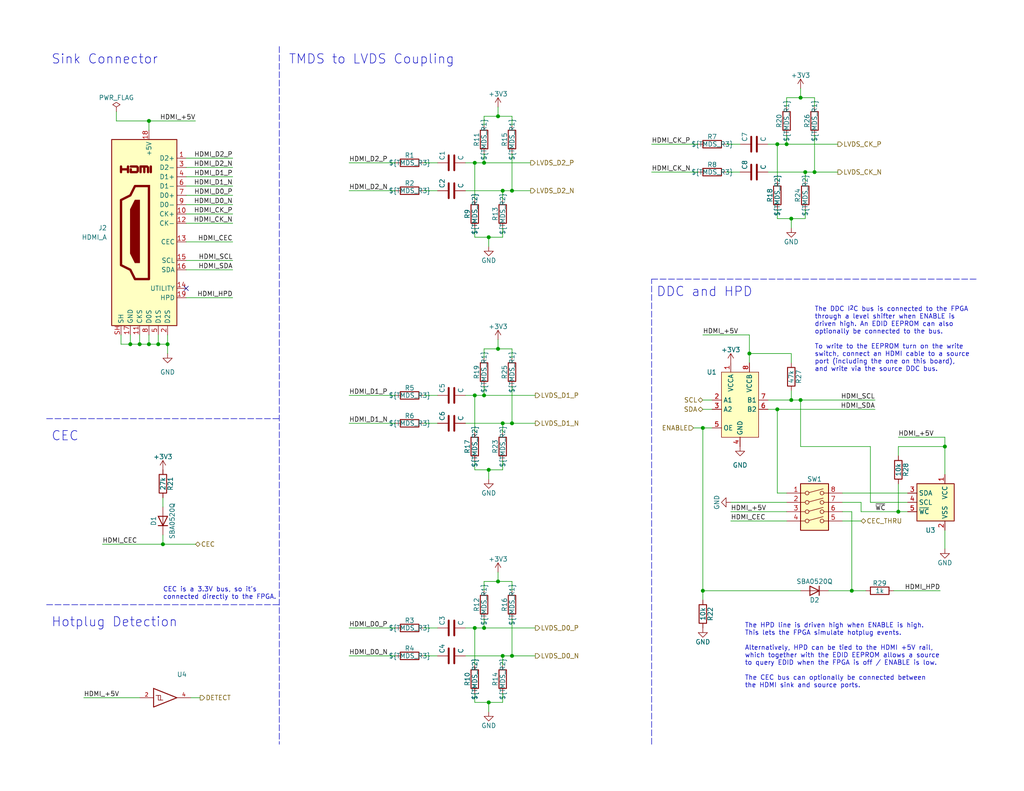
<source format=kicad_sch>
(kicad_sch (version 20211123) (generator eeschema)
  (paper "USLetter")
  (title_block (title "HDMI Expansion for Olimex ICE40HX8K-EVB") (date "2022-04-19") (rev "0.1") (company "© 2022 Sam Hanes, licensed under CERN-OHL-P v2") (comment 1 "https://github.com/Elemecca/1240pi"))
  (lib_symbols
    (symbol "0Local:M24C02-FMH"
      (property "Reference" "U" (at 1.27 8.89 0))
      (property "Value" "M24C02-FMH" (at 1.27 6.35 0))
      (symbol "M24C02-FMH_0_1"
        (rectangle (start -2.54 5.08) (end 7.62 -5.08) (stroke (width 0.254)) (fill (type background)))
      )
      (symbol "M24C02-FMH_1_1"
        (pin power_in line (at 0 7.62 270) (length 2.54) (name "VCC") (number "1"))
        (pin power_in line (at 0 -7.62 90) (length 2.54) (name "VSS") (number "2"))
        (pin bidirectional line (at 10.16 2.54 180) (length 2.54) (name "SDA") (number "3"))
        (pin input line (at 10.16 0 180) (length 2.54) (name "SCL") (number "4"))
        (pin input line (at 10.16 -2.54 180) (length 2.54) (name "~{WC}") (number "5"))
      )
    )
    (symbol "0Local:NXP_NTS0302"
      (property "Reference" "U" (at 6.35 11.43 0))
      (property "Value" "NXP_NTS0302" (at 6.35 8.89 0))
      (symbol "NXP_NTS0302_0_1"
        (rectangle (start -5.08 11.43) (end 5.08 -6.35) (fill (type background)))
      )
      (symbol "NXP_NTS0302_1_1"
        (pin power_in line (at -2.54 13.97 270) (length 2.54) (name "VCCA") (number "1"))
        (pin bidirectional line (at -7.62 3.81 0) (length 2.54) (name "A1") (number "2"))
        (pin bidirectional line (at -7.62 1.27 0) (length 2.54) (name "A2") (number "3"))
        (pin power_in line (at 0 -8.89 90) (length 2.54) (name "GND") (number "4"))
        (pin input line (at -7.62 -3.81 0) (length 2.54) (name "OE") (number "5"))
        (pin bidirectional line (at 7.62 1.27 180) (length 2.54) (name "B2") (number "6"))
        (pin bidirectional line (at 7.62 3.81 180) (length 2.54) (name "B1") (number "7"))
        (pin power_in line (at 2.54 13.97 270) (length 2.54) (name "VCCB") (number "8"))
      )
    )
    (symbol "74xGxx:74LVC1G17" (pin_names (offset 1.016))
      (property "Reference" "U" (at -2.54 3.81 0))
      (property "Value" "74LVC1G17" (at 0 -3.81 0))
      (symbol "74LVC1G17_0_1"
        (polyline (pts (xy -2.54 0.635) (xy -1.905 0.635) (xy -1.905 -0.635)))
        (polyline (pts (xy -3.81 2.54) (xy -3.81 -2.54) (xy 2.54 0) (xy -3.81 2.54)) (stroke (width 0.254)))
        (polyline (pts (xy -3.175 0.635) (xy -2.54 0.635) (xy -2.54 -0.635) (xy -1.27 -0.635)))
      )
      (symbol "74LVC1G17_1_1"
        (pin input line (at -7.62 0 0) (length 3.81) (name "~") (number "2"))
        (pin power_in line (at 0 -2.54 270) (length 0) hide (name "GND") (number "3"))
        (pin output line (at 6.35 0 180) (length 3.81) (name "~") (number "4"))
        (pin power_in line (at 0 2.54 90) (length 0) hide (name "VCC") (number "5"))
      )
    )
    (symbol "Connector:HDMI_A"
      (property "Reference" "J2" (at -11.43 1.2701 0))
      (property "Value" "HDMI_A" (at -11.43 -1.2699 0))
      (symbol "HDMI_A_0_0"
        (polyline (pts (xy -0.508 16.51) (xy -0.508 18.034)) (stroke (width 0.635)))
        (polyline (pts (xy 7.62 16.51) (xy 7.62 18.034) (xy 7.62 17.272) (xy 5.715 17.272) (xy 5.715 18.034) (xy 5.715 16.51)) (stroke (width 0.635)))
        (polyline (pts (xy 4.953 18.034) (xy 3.302 18.034) (xy 3.048 17.78) (xy 3.048 16.764) (xy 3.302 16.51) (xy 4.953 16.51) (xy 4.953 17.272)) (stroke (width 0.635)))
      )
      (symbol "HDMI_A_0_1"
        (rectangle (start -7.62 25.4) (end 10.16 -25.4) (stroke (width 0.254)) (fill (type background)))
        (polyline (pts (xy 2.54 8.89) (xy 3.81 8.89) (xy 5.08 6.35) (xy 5.08 -5.715) (xy 3.81 -8.255) (xy 2.54 -8.255) (xy 2.54 8.89)) (fill (type outline)))
        (polyline (pts (xy 2.286 16.51) (xy 2.286 18.034) (xy 1.27 18.034) (xy 1.27 16.51) (xy 1.27 18.034) (xy 0.508 18.034) (xy 0.254 17.78) (xy 0.254 16.51)) (stroke (width 0.635)))
        (polyline (pts (xy 0 12.7) (xy 0 -12.7) (xy 3.81 -12.7) (xy 5.08 -10.16) (xy 7.62 -8.89) (xy 7.62 8.89) (xy 5.08 10.16) (xy 3.81 12.7) (xy 0 12.7)) (stroke (width 0.635)))
      )
      (symbol "HDMI_A_1_1"
        (pin passive line (at -10.16 20.32 0) (length 2.54) (name "D2+") (number "1"))
        (pin passive line (at -10.16 5.08 0) (length 2.54) (name "CK+") (number "10"))
        (pin power_in line (at 2.54 -27.94 90) (length 2.54) (name "CKS") (number "11"))
        (pin passive line (at -10.16 2.54 0) (length 2.54) (name "CK-") (number "12"))
        (pin bidirectional line (at -10.16 -2.54 0) (length 2.54) (name "CEC") (number "13"))
        (pin passive line (at -10.16 -15.24 0) (length 2.54) (name "UTILITY") (number "14"))
        (pin passive line (at -10.16 -7.62 0) (length 2.54) (name "SCL") (number "15"))
        (pin bidirectional line (at -10.16 -10.16 0) (length 2.54) (name "SDA") (number "16"))
        (pin power_in line (at 5.08 -27.94 90) (length 2.54) (name "GND") (number "17"))
        (pin power_in line (at 0 27.94 270) (length 2.54) (name "+5V") (number "18"))
        (pin passive line (at -10.16 -17.78 0) (length 2.54) (name "HPD") (number "19"))
        (pin power_in line (at -5.08 -27.94 90) (length 2.54) (name "D2S") (number "2"))
        (pin passive line (at -10.16 17.78 0) (length 2.54) (name "D2-") (number "3"))
        (pin passive line (at -10.16 15.24 0) (length 2.54) (name "D1+") (number "4"))
        (pin power_in line (at -2.54 -27.94 90) (length 2.54) (name "D1S") (number "5"))
        (pin passive line (at -10.16 12.7 0) (length 2.54) (name "D1-") (number "6"))
        (pin passive line (at -10.16 10.16 0) (length 2.54) (name "D0+") (number "7"))
        (pin power_in line (at 0 -27.94 90) (length 2.54) (name "D0S") (number "8"))
        (pin passive line (at -10.16 7.62 0) (length 2.54) (name "D0-") (number "9"))
        (pin passive line (at 7.62 -27.94 90) (length 2.54) (name "SH") (number "SH"))
      )
    )
    (symbol "Device:C" (pin_numbers hide) (pin_names (offset 0.254))
      (property "Reference" "C" (at 0.635 2.54 0))
      (property "Value" "C" (at 0.635 -2.54 0))
      (symbol "C_0_1"
        (polyline (pts (xy -2.032 -0.762) (xy 2.032 -0.762)) (stroke (width 0.508)))
        (polyline (pts (xy -2.032 0.762) (xy 2.032 0.762)) (stroke (width 0.508)))
      )
      (symbol "C_1_1"
        (pin passive line (at 0 3.81 270) (length 2.794) (name "~") (number "1"))
        (pin passive line (at 0 -3.81 90) (length 2.794) (name "~") (number "2"))
      )
    )
    (symbol "Device:D" (pin_numbers hide) (pin_names (offset 1.016) hide)
      (property "Reference" "D" (at 0 2.54 0))
      (property "Value" "D" (at 0 -2.54 0))
      (symbol "D_0_1"
        (polyline (pts (xy -1.27 1.27) (xy -1.27 -1.27)) (stroke (width 0.254)))
        (polyline (pts (xy 1.27 0) (xy -1.27 0)))
        (polyline (pts (xy 1.27 1.27) (xy 1.27 -1.27) (xy -1.27 0) (xy 1.27 1.27)) (stroke (width 0.254)))
      )
      (symbol "D_1_1"
        (pin passive line (at -3.81 0 0) (length 2.54) (name "K") (number "1"))
        (pin passive line (at 3.81 0 180) (length 2.54) (name "A") (number "2"))
      )
    )
    (symbol "Device:R" (pin_numbers hide) (pin_names (offset 0))
      (property "Reference" "R" (at 2.032 0 90))
      (property "Value" "R" (at 0 0 90))
      (symbol "R_0_1"
        (rectangle (start -1.016 -2.54) (end 1.016 2.54) (stroke (width 0.254)))
      )
      (symbol "R_1_1"
        (pin passive line (at 0 3.81 270) (length 1.27) (name "~") (number "1"))
        (pin passive line (at 0 -3.81 90) (length 1.27) (name "~") (number "2"))
      )
    )
    (symbol "Switch:SW_DIP_x04" (pin_names (offset 0) hide)
      (property "Reference" "SW" (at 0 8.89 0))
      (property "Value" "SW_DIP_x04" (at 0 -6.35 0))
      (symbol "SW_DIP_x04_0_0"
        (circle (center -2.032 -2.54) (radius 0.508))
        (circle (center -2.032 0) (radius 0.508))
        (circle (center -2.032 2.54) (radius 0.508))
        (circle (center -2.032 5.08) (radius 0.508))
        (polyline (pts (xy -1.524 -2.3876) (xy 2.3622 -1.3462)))
        (polyline (pts (xy -1.524 0.127) (xy 2.3622 1.1684)))
        (polyline (pts (xy -1.524 2.667) (xy 2.3622 3.7084)))
        (polyline (pts (xy -1.524 5.207) (xy 2.3622 6.2484)))
        (circle (center 2.032 -2.54) (radius 0.508))
        (circle (center 2.032 0) (radius 0.508))
        (circle (center 2.032 2.54) (radius 0.508))
        (circle (center 2.032 5.08) (radius 0.508))
      )
      (symbol "SW_DIP_x04_0_1"
        (rectangle (start -3.81 7.62) (end 3.81 -5.08) (stroke (width 0.254)) (fill (type background)))
      )
      (symbol "SW_DIP_x04_1_1"
        (pin passive line (at -7.62 5.08 0) (length 5.08) (name "~") (number "1"))
        (pin passive line (at -7.62 2.54 0) (length 5.08) (name "~") (number "2"))
        (pin passive line (at -7.62 0 0) (length 5.08) (name "~") (number "3"))
        (pin passive line (at -7.62 -2.54 0) (length 5.08) (name "~") (number "4"))
        (pin passive line (at 7.62 -2.54 180) (length 5.08) (name "~") (number "5"))
        (pin passive line (at 7.62 0 180) (length 5.08) (name "~") (number "6"))
        (pin passive line (at 7.62 2.54 180) (length 5.08) (name "~") (number "7"))
        (pin passive line (at 7.62 5.08 180) (length 5.08) (name "~") (number "8"))
      )
    )
    (symbol "power:+3V3" (power) (pin_names (offset 0))
      (property "Value" "+3V3" (at 0 3.556 0))
      (symbol "+3V3_0_1"
        (polyline (pts (xy -0.762 1.27) (xy 0 2.54)))
        (polyline (pts (xy 0 0) (xy 0 2.54)))
        (polyline (pts (xy 0 2.54) (xy 0.762 1.27)))
      )
      (symbol "+3V3_1_1"
        (pin power_in line (at 0 0 90) (length 0) hide (name "+3V3") (number "1"))
      )
    )
    (symbol "power:GND" (power) (pin_names (offset 0))
      (property "Value" "GND" (at 0 -3.81 0))
      (symbol "GND_0_1"
        (polyline (pts (xy 0 0) (xy 0 -1.27) (xy 1.27 -1.27) (xy 0 -2.54) (xy -1.27 -1.27) (xy 0 -1.27)))
      )
      (symbol "GND_1_1"
        (pin power_in line (at 0 0 270) (length 0) hide (name "GND") (number "1"))
      )
    )
    (symbol "power:PWR_FLAG" (power) (pin_numbers hide) (pin_names (offset 0) hide)
      (property "Value" "PWR_FLAG" (at 0 3.81 0))
      (symbol "PWR_FLAG_0_0"
        (pin power_out line (at 0 0 90) (length 0) (name "pwr") (number "1"))
      )
      (symbol "PWR_FLAG_0_1"
        (polyline (pts (xy 0 0) (xy 0 1.27) (xy -1.016 1.905) (xy 0 2.54) (xy 1.016 1.905) (xy 0 1.27)))
      )
    )
  )
  (junction (at 245.11 139.7))
  (junction (at 191.77 161.29))
  (junction (at 43.18 93.98))
  (junction (at 139.7 115.57))
  (junction (at 257.81 121.92))
  (junction (at 132.08 107.95))
  (junction (at 139.7 52.07))
  (junction (at 222.25 46.99))
  (junction (at 219.71 46.99))
  (junction (at 129.54 171.45))
  (junction (at 40.64 93.98))
  (junction (at 137.16 179.07))
  (junction (at 214.63 39.37))
  (junction (at 135.89 31.75))
  (junction (at 191.77 116.84))
  (junction (at 204.47 96.52))
  (junction (at 215.9 109.22))
  (junction (at 132.08 171.45))
  (junction (at 135.89 158.75))
  (junction (at 38.1 93.98))
  (junction (at 40.64 33.02))
  (junction (at 137.16 115.57))
  (junction (at 139.7 179.07))
  (junction (at 218.44 26.67))
  (junction (at 44.45 148.59))
  (junction (at 129.54 107.95))
  (junction (at 232.41 161.29))
  (junction (at 133.35 128.27))
  (junction (at 35.56 93.98))
  (junction (at 129.54 44.45))
  (junction (at 212.09 111.76))
  (junction (at 132.08 44.45))
  (junction (at 212.09 39.37))
  (junction (at 218.44 109.22))
  (junction (at 133.35 64.77))
  (junction (at 45.72 93.98))
  (junction (at 137.16 52.07))
  (junction (at 135.89 95.25))
  (junction (at 215.9 59.69))
  (junction (at 133.35 191.77))
  (no_connect (at 50.8 78.74))
  (wire (pts (xy 35.56 93.98) (xy 33.02 93.98)))
  (wire (pts (xy 215.9 59.69) (xy 219.71 59.69)))
  (wire (pts (xy 212.09 134.62) (xy 214.63 134.62)))
  (wire (pts (xy 232.41 139.7) (xy 232.41 161.29)))
  (wire (pts (xy 198.12 46.99) (xy 201.93 46.99)))
  (wire (pts (xy 129.54 44.45) (xy 129.54 54.61)))
  (wire (pts (xy 198.12 39.37) (xy 201.93 39.37)))
  (wire (pts (xy 33.02 91.44) (xy 33.02 93.98)))
  (wire (pts (xy 127 44.45) (xy 129.54 44.45)))
  (wire (pts (xy 115.57 44.45) (xy 119.38 44.45)))
  (wire (pts (xy 115.57 115.57) (xy 119.38 115.57)))
  (wire (pts (xy 218.44 26.67) (xy 222.25 26.67)))
  (wire (pts (xy 245.11 119.38) (xy 257.81 119.38)))
  (wire (pts (xy 129.54 191.77) (xy 133.35 191.77)))
  (wire (pts (xy 133.35 191.77) (xy 137.16 191.77)))
  (wire (pts (xy 50.8 73.66) (xy 63.5 73.66)))
  (wire (pts (xy 222.25 46.99) (xy 228.6 46.99)))
  (wire (pts (xy 214.63 26.67) (xy 218.44 26.67)))
  (wire (pts (xy 135.89 29.21) (xy 135.89 31.75)))
  (wire (pts (xy 222.25 26.67) (xy 222.25 29.21)))
  (wire (pts (xy 219.71 46.99) (xy 222.25 46.99)))
  (wire (pts (xy 38.1 91.44) (xy 38.1 93.98)))
  (wire (pts (xy 137.16 179.07) (xy 139.7 179.07)))
  (wire (pts (xy 43.18 93.98) (xy 45.72 93.98)))
  (wire (pts (xy 191.77 116.84) (xy 194.31 116.84)))
  (wire (pts (xy 139.7 105.41) (xy 139.7 115.57)))
  (wire (pts (xy 214.63 39.37) (xy 228.6 39.37)))
  (wire (pts (xy 139.7 95.25) (xy 139.7 97.79)))
  (wire (pts (xy 232.41 161.29) (xy 236.22 161.29)))
  (wire (pts (xy 50.8 43.18) (xy 63.5 43.18)))
  (wire (pts (xy 43.18 91.44) (xy 43.18 93.98)))
  (wire (pts (xy 135.89 92.71) (xy 135.89 95.25)))
  (wire (pts (xy 229.87 137.16) (xy 234.95 137.16)))
  (wire (pts (xy 50.8 66.04) (xy 63.5 66.04)))
  (wire (pts (xy 127 171.45) (xy 129.54 171.45)))
  (wire (pts (xy 135.89 31.75) (xy 139.7 31.75)))
  (wire (pts (xy 209.55 111.76) (xy 212.09 111.76)))
  (wire (pts (xy 45.72 91.44) (xy 45.72 93.98)))
  (wire (pts (xy 214.63 36.83) (xy 214.63 39.37)))
  (wire (pts (xy 137.16 115.57) (xy 139.7 115.57)))
  (wire (pts (xy 50.8 48.26) (xy 63.5 48.26)))
  (wire (pts (xy 115.57 107.95) (xy 119.38 107.95)))
  (wire (pts (xy 40.64 93.98) (xy 43.18 93.98)))
  (wire (pts (xy 129.54 189.23) (xy 129.54 191.77)))
  (wire (pts (xy 50.8 71.12) (xy 63.5 71.12)))
  (wire (pts (xy 95.25 179.07) (xy 107.95 179.07)))
  (wire (pts (xy 45.72 93.98) (xy 45.72 96.52)))
  (wire (pts (xy 234.95 137.16) (xy 234.95 139.7)))
  (wire (pts (xy 137.16 52.07) (xy 139.7 52.07)))
  (wire (pts (xy 133.35 64.77) (xy 137.16 64.77)))
  (wire (pts (xy 44.45 135.89) (xy 44.45 138.43)))
  (wire (pts (xy 139.7 115.57) (xy 146.05 115.57)))
  (wire (pts (xy 219.71 59.69) (xy 219.71 57.15)))
  (polyline (pts (xy 177.8 76.2) (xy 266.7 76.2)))
  (wire (pts (xy 38.1 93.98) (xy 40.64 93.98)))
  (wire (pts (xy 133.35 128.27) (xy 137.16 128.27)))
  (wire (pts (xy 137.16 115.57) (xy 137.16 118.11)))
  (wire (pts (xy 245.11 132.08) (xy 245.11 139.7)))
  (wire (pts (xy 127 115.57) (xy 137.16 115.57)))
  (wire (pts (xy 95.25 52.07) (xy 107.95 52.07)))
  (wire (pts (xy 135.89 158.75) (xy 139.7 158.75)))
  (wire (pts (xy 22.86 190.5) (xy 38.1 190.5)))
  (wire (pts (xy 137.16 64.77) (xy 137.16 62.23)))
  (wire (pts (xy 27.94 148.59) (xy 44.45 148.59)))
  (wire (pts (xy 129.54 171.45) (xy 132.08 171.45)))
  (wire (pts (xy 257.81 144.78) (xy 257.81 149.86)))
  (wire (pts (xy 229.87 134.62) (xy 247.65 134.62)))
  (wire (pts (xy 212.09 111.76) (xy 238.76 111.76)))
  (wire (pts (xy 129.54 62.23) (xy 129.54 64.77)))
  (wire (pts (xy 209.55 109.22) (xy 215.9 109.22)))
  (wire (pts (xy 247.65 139.7) (xy 245.11 139.7)))
  (wire (pts (xy 31.75 33.02) (xy 40.64 33.02)))
  (wire (pts (xy 132.08 31.75) (xy 135.89 31.75)))
  (wire (pts (xy 137.16 179.07) (xy 137.16 181.61)))
  (wire (pts (xy 215.9 109.22) (xy 218.44 109.22)))
  (wire (pts (xy 234.95 139.7) (xy 245.11 139.7)))
  (wire (pts (xy 132.08 107.95) (xy 146.05 107.95)))
  (wire (pts (xy 31.75 30.48) (xy 31.75 33.02)))
  (wire (pts (xy 191.77 161.29) (xy 191.77 163.83)))
  (wire (pts (xy 226.06 161.29) (xy 232.41 161.29)))
  (wire (pts (xy 44.45 146.05) (xy 44.45 148.59)))
  (wire (pts (xy 229.87 142.24) (xy 234.95 142.24)))
  (wire (pts (xy 50.8 53.34) (xy 63.5 53.34)))
  (wire (pts (xy 191.77 111.76) (xy 194.31 111.76)))
  (wire (pts (xy 129.54 64.77) (xy 133.35 64.77)))
  (wire (pts (xy 133.35 64.77) (xy 133.35 67.31)))
  (wire (pts (xy 191.77 109.22) (xy 194.31 109.22)))
  (wire (pts (xy 215.9 106.68) (xy 215.9 109.22)))
  (wire (pts (xy 191.77 116.84) (xy 191.77 161.29)))
  (wire (pts (xy 132.08 95.25) (xy 135.89 95.25)))
  (wire (pts (xy 139.7 179.07) (xy 146.05 179.07)))
  (wire (pts (xy 218.44 121.92) (xy 218.44 109.22)))
  (wire (pts (xy 52.07 190.5) (xy 54.61 190.5)))
  (wire (pts (xy 35.56 91.44) (xy 35.56 93.98)))
  (wire (pts (xy 209.55 39.37) (xy 212.09 39.37)))
  (wire (pts (xy 212.09 59.69) (xy 215.9 59.69)))
  (wire (pts (xy 50.8 55.88) (xy 63.5 55.88)))
  (wire (pts (xy 95.25 171.45) (xy 107.95 171.45)))
  (wire (pts (xy 132.08 34.29) (xy 132.08 31.75)))
  (wire (pts (xy 212.09 39.37) (xy 212.09 49.53)))
  (wire (pts (xy 95.25 115.57) (xy 107.95 115.57)))
  (wire (pts (xy 137.16 128.27) (xy 137.16 125.73)))
  (wire (pts (xy 199.39 142.24) (xy 214.63 142.24)))
  (wire (pts (xy 135.89 95.25) (xy 139.7 95.25)))
  (wire (pts (xy 132.08 97.79) (xy 132.08 95.25)))
  (wire (pts (xy 129.54 44.45) (xy 132.08 44.45)))
  (wire (pts (xy 247.65 137.16) (xy 237.49 137.16)))
  (wire (pts (xy 50.8 60.96) (xy 63.5 60.96)))
  (wire (pts (xy 95.25 107.95) (xy 107.95 107.95)))
  (wire (pts (xy 50.8 58.42) (xy 63.5 58.42)))
  (wire (pts (xy 50.8 81.28) (xy 63.5 81.28)))
  (wire (pts (xy 95.25 44.45) (xy 107.95 44.45)))
  (wire (pts (xy 212.09 134.62) (xy 212.09 111.76)))
  (wire (pts (xy 222.25 36.83) (xy 222.25 46.99)))
  (wire (pts (xy 133.35 128.27) (xy 133.35 130.81)))
  (wire (pts (xy 129.54 107.95) (xy 129.54 118.11)))
  (wire (pts (xy 132.08 161.29) (xy 132.08 158.75)))
  (wire (pts (xy 44.45 148.59) (xy 53.34 148.59)))
  (wire (pts (xy 40.64 33.02) (xy 40.64 35.56)))
  (wire (pts (xy 218.44 24.13) (xy 218.44 26.67)))
  (polyline (pts (xy 12.7 114.3) (xy 76.2 114.3)))
  (wire (pts (xy 137.16 52.07) (xy 137.16 54.61)))
  (wire (pts (xy 219.71 46.99) (xy 219.71 49.53)))
  (wire (pts (xy 115.57 179.07) (xy 119.38 179.07)))
  (wire (pts (xy 115.57 52.07) (xy 119.38 52.07)))
  (wire (pts (xy 218.44 109.22) (xy 238.76 109.22)))
  (wire (pts (xy 204.47 96.52) (xy 215.9 96.52)))
  (wire (pts (xy 257.81 121.92) (xy 257.81 119.38)))
  (wire (pts (xy 189.23 116.84) (xy 191.77 116.84)))
  (wire (pts (xy 132.08 168.91) (xy 132.08 171.45)))
  (wire (pts (xy 237.49 137.16) (xy 237.49 121.92)))
  (wire (pts (xy 127 52.07) (xy 137.16 52.07)))
  (wire (pts (xy 191.77 161.29) (xy 218.44 161.29)))
  (wire (pts (xy 215.9 59.69) (xy 215.9 62.23)))
  (wire (pts (xy 132.08 44.45) (xy 144.78 44.45)))
  (wire (pts (xy 212.09 57.15) (xy 212.09 59.69)))
  (wire (pts (xy 257.81 129.54) (xy 257.81 121.92)))
  (polyline (pts (xy 76.2 12.7) (xy 76.2 203.2)))
  (wire (pts (xy 137.16 191.77) (xy 137.16 189.23)))
  (wire (pts (xy 133.35 191.77) (xy 133.35 194.31)))
  (wire (pts (xy 139.7 158.75) (xy 139.7 161.29)))
  (wire (pts (xy 132.08 41.91) (xy 132.08 44.45)))
  (wire (pts (xy 139.7 52.07) (xy 144.78 52.07)))
  (wire (pts (xy 129.54 107.95) (xy 132.08 107.95)))
  (wire (pts (xy 214.63 29.21) (xy 214.63 26.67)))
  (wire (pts (xy 35.56 93.98) (xy 38.1 93.98)))
  (wire (pts (xy 204.47 96.52) (xy 204.47 91.44)))
  (wire (pts (xy 132.08 171.45) (xy 146.05 171.45)))
  (wire (pts (xy 243.84 161.29) (xy 256.54 161.29)))
  (wire (pts (xy 139.7 41.91) (xy 139.7 52.07)))
  (wire (pts (xy 199.39 139.7) (xy 214.63 139.7)))
  (wire (pts (xy 132.08 158.75) (xy 135.89 158.75)))
  (wire (pts (xy 229.87 139.7) (xy 232.41 139.7)))
  (wire (pts (xy 177.8 39.37) (xy 190.5 39.37)))
  (wire (pts (xy 129.54 128.27) (xy 133.35 128.27)))
  (wire (pts (xy 115.57 171.45) (xy 119.38 171.45)))
  (wire (pts (xy 129.54 171.45) (xy 129.54 181.61)))
  (wire (pts (xy 215.9 96.52) (xy 215.9 99.06)))
  (wire (pts (xy 139.7 31.75) (xy 139.7 34.29)))
  (wire (pts (xy 129.54 125.73) (xy 129.54 128.27)))
  (wire (pts (xy 204.47 99.06) (xy 204.47 96.52)))
  (wire (pts (xy 40.64 91.44) (xy 40.64 93.98)))
  (wire (pts (xy 127 107.95) (xy 129.54 107.95)))
  (wire (pts (xy 50.8 45.72) (xy 63.5 45.72)))
  (wire (pts (xy 199.39 137.16) (xy 214.63 137.16)))
  (wire (pts (xy 237.49 121.92) (xy 218.44 121.92)))
  (wire (pts (xy 132.08 105.41) (xy 132.08 107.95)))
  (polyline (pts (xy 177.8 203.2) (xy 177.8 76.2)))
  (wire (pts (xy 127 179.07) (xy 137.16 179.07)))
  (polyline (pts (xy 12.7 165.1) (xy 76.2 165.1)))
  (wire (pts (xy 245.11 124.46) (xy 245.11 121.92)))
  (wire (pts (xy 135.89 156.21) (xy 135.89 158.75)))
  (wire (pts (xy 177.8 46.99) (xy 190.5 46.99)))
  (wire (pts (xy 40.64 33.02) (xy 53.34 33.02)))
  (wire (pts (xy 209.55 46.99) (xy 219.71 46.99)))
  (wire (pts (xy 212.09 39.37) (xy 214.63 39.37)))
  (wire (pts (xy 191.77 91.44) (xy 204.47 91.44)))
  (wire (pts (xy 50.8 50.8) (xy 63.5 50.8)))
  (wire (pts (xy 245.11 121.92) (xy 257.81 121.92)))
  (wire (pts (xy 139.7 168.91) (xy 139.7 179.07)))
  (text "DDC and HPD" (at 179.07 81.28 0) (effects (font (size 2.54 2.54)) (justify left bottom)))
  (text "TMDS to LVDS Coupling" (at 78.74 17.78 0) (effects (font (size 2.54 2.54)) (justify left bottom)))
  (text "CEC" (at 13.97 120.65 0) (effects (font (size 2.54 2.54)) (justify left bottom)))
  (text "CEC is a 3.3V bus, so it's\nconnected directly to the FPGA." (at 44.45 163.83 0) (effects (font (size 1.27 1.27)) (justify left bottom)))
  (text "The DDC I^{2}C bus is connected to the FPGA\nthrough a level shifter when ENABLE is\ndriven high. An EDID EEPROM can also\noptionally be connected to the bus.\n\nTo write to the EEPROM turn on the write\nswitch, connect an HDMI cable to a source\nport (including the one on this board),\nand write via the source DDC bus." (at 222.25 101.6 0) (effects (font (size 1.27 1.27)) (justify left bottom)))
  (text "Sink Connector" (at 13.97 17.78 0) (effects (font (size 2.54 2.54)) (justify left bottom)))
  (text "The HPD line is driven high when ENABLE is high.\nThis lets the FPGA simulate hotplug events.\n\nAlternatively, HPD can be tied to the HDMI +5V rail,\nwhich together with the EDID EEPROM allows a source\nto query EDID when the FPGA is off / ENABLE is low.\n\nThe CEC bus can optionally be connected between\nthe HDMI sink and source ports." (at 203.2 187.96 0) (effects (font (size 1.27 1.27)) (justify left bottom)))
  (text "Hotplug Detection" (at 13.97 171.45 0) (effects (font (size 2.54 2.54)) (justify left bottom)))
  (label "HDMI_D1_N" (at 63.5 50.8 180))
  (label "HDMI_D2_P" (at 63.5 43.18 180))
  (label "HDMI_CK_N" (at 177.8 46.99 0))
  (label "HDMI_CK_P" (at 177.8 39.37 0))
  (label "HDMI_CEC" (at 27.94 148.59 0))
  (label "HDMI_CEC" (at 63.5 66.04 180))
  (label "HDMI_+5V" (at 53.34 33.02 180))
  (label "HDMI_HPD" (at 63.5 81.28 180))
  (label "HDMI_D2_N" (at 95.25 52.07 0))
  (label "HDMI_SDA" (at 238.76 111.76 180))
  (label "HDMI_+5V" (at 22.86 190.5 0))
  (label "HDMI_D2_N" (at 63.5 45.72 180))
  (label "HDMI_+5V" (at 245.11 119.38 0))
  (label "HDMI_D2_P" (at 95.25 44.45 0))
  (label "HDMI_SDA" (at 63.5 73.66 180))
  (label "~{WC}" (at 238.76 139.7 0))
  (label "HDMI_+5V" (at 191.77 91.44 0))
  (label "HDMI_D0_N" (at 63.5 55.88 180))
  (label "HDMI_D1_P" (at 63.5 48.26 180))
  (label "HDMI_SCL" (at 63.5 71.12 180))
  (label "HDMI_SCL" (at 238.76 109.22 180))
  (label "HDMI_D0_P" (at 95.25 171.45 0))
  (label "HDMI_CK_P" (at 63.5 58.42 180))
  (label "HDMI_D1_P" (at 95.25 107.95 0))
  (label "HDMI_HPD" (at 256.54 161.29 180))
  (label "HDMI_D0_P" (at 63.5 53.34 180))
  (label "HDMI_D1_N" (at 95.25 115.57 0))
  (label "HDMI_D0_N" (at 95.25 179.07 0))
  (label "HDMI_CEC" (at 199.39 142.24 0))
  (label "HDMI_+5V" (at 199.39 139.7 0))
  (label "HDMI_CK_N" (at 63.5 60.96 180))
  (hierarchical_label "LVDS_D0_P" (shape output) (at 146.05 171.45 0))
  (hierarchical_label "LVDS_D0_N" (shape output) (at 146.05 179.07 0))
  (hierarchical_label "LVDS_D1_N" (shape output) (at 146.05 115.57 0))
  (hierarchical_label "ENABLE" (shape input) (at 189.23 116.84 180))
  (hierarchical_label "LVDS_CK_N" (shape output) (at 228.6 46.99 0))
  (hierarchical_label "LVDS_D1_P" (shape output) (at 146.05 107.95 0))
  (hierarchical_label "LVDS_CK_P" (shape output) (at 228.6 39.37 0))
  (hierarchical_label "SCL" (shape bidirectional) (at 191.77 109.22 180))
  (hierarchical_label "CEC" (shape bidirectional) (at 53.34 148.59 0))
  (hierarchical_label "CEC_THRU" (shape bidirectional) (at 234.95 142.24 0))
  (hierarchical_label "DETECT" (shape output) (at 54.61 190.5 0))
  (hierarchical_label "LVDS_D2_N" (shape output) (at 144.78 52.07 0))
  (hierarchical_label "LVDS_D2_P" (shape output) (at 144.78 44.45 0))
  (hierarchical_label "SDA" (shape bidirectional) (at 191.77 111.76 180))
  (symbol (lib_id "Connector:HDMI_A") (at 40.64 63.5 0) (mirror y) (unit 1)
    (property "Reference" "J2" (at 29.21 62.2299 0) (effects (justify left)))
    (property "Value" "HDMI_A" (at 29.21 64.7699 0) (effects (justify left)))
    (property "Footprint" "0Local:CNC_2000-1-2-41-00-BK" (effects hide))
    (property "Datasheet" "https://en.wikipedia.org/wiki/HDMI" (effects hide))
  )
  (symbol (lib_id "Device:R") (at 139.7 165.1 180) (unit 1)
    (property "Reference" "R16" (at 137.668 165.1 90))
    (property "Value" "${TMDS_R1}" (at 139.7 165.1 90))
    (property "Footprint" "Resistor_SMD:R_0402_1005Metric" (effects hide))
  )
  (symbol (lib_id "power:GND") (at 215.9 62.23 0) (unit 1)
    (property "Reference" "#PWR0110" (effects hide))
    (property "Value" "GND" (at 215.9 66.04 0))
  )
  (symbol (lib_id "Device:R") (at 137.16 121.92 180) (unit 1)
    (property "Reference" "R23" (at 135.128 121.92 90))
    (property "Value" "${TMDS_R2}" (at 137.16 121.92 90))
    (property "Footprint" "Resistor_SMD:R_0402_1005Metric" (effects hide))
  )
  (symbol (lib_id "Device:R") (at 212.09 53.34 180) (unit 1)
    (property "Reference" "R18" (at 210.058 53.34 90))
    (property "Value" "${TMDS_R2}" (at 212.09 53.34 90))
    (property "Footprint" "Resistor_SMD:R_0402_1005Metric" (effects hide))
  )
  (symbol (lib_id "Device:R") (at 191.77 167.64 0) (unit 1)
    (property "Reference" "R22" (at 193.802 167.64 90))
    (property "Value" "10k" (at 191.77 167.64 90))
    (property "Footprint" "Resistor_SMD:R_0402_1005Metric" (effects hide))
  )
  (symbol (lib_id "74xGxx:74LVC1G17") (at 45.72 190.5 0) (unit 1)
    (property "Reference" "U4" (at 48.26 184.15 0) (effects (justify left)))
    (property "Datasheet" "http://www.ti.com/lit/sg/scyt129e/scyt129e.pdf" (effects hide))
  )
  (symbol (lib_id "Device:C") (at 123.19 115.57 90) (unit 1)
    (property "Reference" "C6" (at 120.65 114.935 0) (effects (justify left)))
    (property "Value" "C" (at 125.73 114.935 0) (effects (justify left)))
    (property "Footprint" "Capacitor_SMD:C_0402_1005Metric" (effects hide))
  )
  (symbol (lib_id "power:+3V3") (at 199.39 99.06 0) (unit 1)
    (property "Reference" "#PWR0119" (effects hide))
    (property "Value" "+3V3" (at 199.39 95.504 0))
  )
  (symbol (lib_id "Device:R") (at 194.31 39.37 90) (unit 1)
    (property "Reference" "R7" (at 194.31 37.338 90))
    (property "Value" "${TMDS_R3}" (at 194.31 39.37 90))
    (property "Footprint" "Resistor_SMD:R_0402_1005Metric" (effects hide))
  )
  (symbol (lib_id "Device:R") (at 139.7 38.1 180) (unit 1)
    (property "Reference" "R15" (at 137.668 38.1 90))
    (property "Value" "${TMDS_R1}" (at 139.7 38.1 90))
    (property "Footprint" "Resistor_SMD:R_0402_1005Metric" (effects hide))
  )
  (symbol (lib_id "Device:R") (at 139.7 101.6 180) (unit 1)
    (property "Reference" "R25" (at 137.668 101.6 90))
    (property "Value" "${TMDS_R1}" (at 139.7 101.6 90))
    (property "Footprint" "Resistor_SMD:R_0402_1005Metric" (effects hide))
  )
  (symbol (lib_id "power:PWR_FLAG") (at 31.75 30.48 0) (unit 1)
    (property "Reference" "#FLG0103" (effects hide))
    (property "Value" "PWR_FLAG" (at 31.75 26.67 0))
  )
  (symbol (lib_id "Device:R") (at 137.16 58.42 180) (unit 1)
    (property "Reference" "R13" (at 135.128 58.42 90))
    (property "Value" "${TMDS_R2}" (at 137.16 58.42 90))
    (property "Footprint" "Resistor_SMD:R_0402_1005Metric" (effects hide))
  )
  (symbol (lib_id "power:GND") (at 133.35 194.31 0) (unit 1)
    (property "Reference" "#PWR0112" (effects hide))
    (property "Value" "GND" (at 133.35 198.12 0))
  )
  (symbol (lib_id "Device:R") (at 132.08 101.6 180) (unit 1)
    (property "Reference" "R19" (at 130.048 101.6 90))
    (property "Value" "${TMDS_R1}" (at 132.08 101.6 90))
    (property "Footprint" "Resistor_SMD:R_0402_1005Metric" (effects hide))
  )
  (symbol (lib_id "Device:R") (at 132.08 165.1 180) (unit 1)
    (property "Reference" "R12" (at 130.048 165.1 90))
    (property "Value" "${TMDS_R1}" (at 132.08 165.1 90))
    (property "Footprint" "Resistor_SMD:R_0402_1005Metric" (effects hide))
  )
  (symbol (lib_id "0Local:M24C02-FMH") (at 257.81 137.16 0) (mirror y) (unit 1)
    (property "Reference" "U3" (at 255.27 144.78 0) (effects (justify left)))
    (property "Footprint" "0Local:ST_UFDFPN5" (effects hide))
    (property "Datasheet" "https://www.st.com/content/ccc/resource/technical/document/datasheet/b0/d8/50/40/5a/85/49/6f/DM00071904.pdf/files/DM00071904.pdf/jcr:content/translations/en.DM00071904.pdf" (effects hide))
  )
  (symbol (lib_id "Device:R") (at 129.54 121.92 180) (unit 1)
    (property "Reference" "R17" (at 127.508 121.92 90))
    (property "Value" "${TMDS_R2}" (at 129.54 121.92 90))
    (property "Footprint" "Resistor_SMD:R_0402_1005Metric" (effects hide))
  )
  (symbol (lib_id "Device:R") (at 215.9 102.87 0) (unit 1)
    (property "Reference" "R27" (at 217.932 102.87 90))
    (property "Value" "47k" (at 215.9 102.87 90))
    (property "Footprint" "Resistor_SMD:R_0402_1005Metric" (effects hide))
  )
  (symbol (lib_id "power:+3V3") (at 218.44 24.13 0) (unit 1)
    (property "Reference" "#PWR0111" (effects hide))
    (property "Value" "+3V3" (at 218.44 20.574 0))
  )
  (symbol (lib_id "Device:C") (at 123.19 52.07 90) (unit 1)
    (property "Reference" "C2" (at 120.65 51.435 0) (effects (justify left)))
    (property "Value" "C" (at 125.73 51.435 0) (effects (justify left)))
    (property "Footprint" "Capacitor_SMD:C_0402_1005Metric" (effects hide))
  )
  (symbol (lib_id "Device:R") (at 111.76 179.07 90) (unit 1)
    (property "Reference" "R4" (at 111.76 177.038 90))
    (property "Value" "${TMDS_R3}" (at 111.76 179.07 90))
    (property "Footprint" "Resistor_SMD:R_0402_1005Metric" (effects hide))
  )
  (symbol (lib_id "Device:R") (at 132.08 38.1 180) (unit 1)
    (property "Reference" "R11" (at 130.048 38.1 90))
    (property "Value" "${TMDS_R1}" (at 132.08 38.1 90))
    (property "Footprint" "Resistor_SMD:R_0402_1005Metric" (effects hide))
  )
  (symbol (lib_id "Device:R") (at 111.76 171.45 90) (unit 1)
    (property "Reference" "R3" (at 111.76 169.418 90))
    (property "Value" "${TMDS_R3}" (at 111.76 171.45 90))
    (property "Footprint" "Resistor_SMD:R_0402_1005Metric" (effects hide))
  )
  (symbol (lib_id "Device:R") (at 222.25 33.02 180) (unit 1)
    (property "Reference" "R26" (at 220.218 33.02 90))
    (property "Value" "${TMDS_R1}" (at 222.25 33.02 90))
    (property "Footprint" "Resistor_SMD:R_0402_1005Metric" (effects hide))
  )
  (symbol (lib_id "power:GND") (at 133.35 67.31 0) (unit 1)
    (property "Reference" "#PWR0108" (effects hide))
    (property "Value" "GND" (at 133.35 71.12 0))
  )
  (symbol (lib_id "Device:R") (at 214.63 33.02 180) (unit 1)
    (property "Reference" "R20" (at 212.598 33.02 90))
    (property "Value" "${TMDS_R1}" (at 214.63 33.02 90))
    (property "Footprint" "Resistor_SMD:R_0402_1005Metric" (effects hide))
  )
  (symbol (lib_id "Device:C") (at 123.19 179.07 90) (unit 1)
    (property "Reference" "C4" (at 120.65 178.435 0) (effects (justify left)))
    (property "Value" "C" (at 125.73 178.435 0) (effects (justify left)))
    (property "Footprint" "Capacitor_SMD:C_0402_1005Metric" (effects hide))
  )
  (symbol (lib_id "power:GND") (at 45.72 96.52 0) (unit 1)
    (property "Reference" "#PWR0101" (effects hide))
    (property "Value" "GND" (at 45.72 101.6 0))
  )
  (symbol (lib_id "Device:R") (at 240.03 161.29 90) (unit 1)
    (property "Reference" "R29" (at 240.03 159.258 90))
    (property "Value" "1k" (at 240.03 161.29 90))
    (property "Footprint" "Resistor_SMD:R_0402_1005Metric" (effects hide))
  )
  (symbol (lib_id "Device:D") (at 222.25 161.29 180) (unit 1)
    (property "Reference" "D2" (at 222.25 163.83 0))
    (property "Value" "SBA0520Q" (at 222.25 158.75 0))
    (property "Footprint" "Diode_SMD:D_0402_1005Metric" (effects hide))
  )
  (symbol (lib_id "power:GND") (at 199.39 137.16 270) (unit 1)
    (property "Reference" "#PWR0116" (effects hide))
    (property "Value" "GND" (at 195.58 137.16 0))
  )
  (symbol (lib_id "Device:R") (at 245.11 128.27 0) (unit 1)
    (property "Reference" "R28" (at 247.142 128.27 90))
    (property "Value" "10k" (at 245.11 128.27 90))
    (property "Footprint" "Resistor_SMD:R_0402_1005Metric" (effects hide))
  )
  (symbol (lib_id "Device:C") (at 123.19 44.45 90) (unit 1)
    (property "Reference" "C1" (at 120.65 43.815 0) (effects (justify left)))
    (property "Value" "C" (at 125.73 43.815 0) (effects (justify left)))
  )
  (symbol (lib_id "Device:R") (at 111.76 44.45 90) (unit 1)
    (property "Reference" "R1" (at 111.76 42.418 90))
    (property "Value" "${TMDS_R3}" (at 111.76 44.45 90))
    (property "Footprint" "Resistor_SMD:R_0402_1005Metric" (effects hide))
  )
  (symbol (lib_id "Device:R") (at 111.76 52.07 90) (unit 1)
    (property "Reference" "R2" (at 111.76 50.038 90))
    (property "Value" "${TMDS_R3}" (at 111.76 52.07 90))
    (property "Footprint" "Resistor_SMD:R_0402_1005Metric" (effects hide))
  )
  (symbol (lib_id "power:+3V3") (at 135.89 92.71 0) (unit 1)
    (property "Reference" "#PWR0107" (effects hide))
    (property "Value" "+3V3" (at 135.89 89.154 0))
  )
  (symbol (lib_id "0Local:NXP_NTS0302") (at 201.93 113.03 0) (unit 1)
    (property "Reference" "U1" (at 195.58 101.6 0) (effects (justify right)))
    (property "Footprint" "Package_SON:X2SON-8_1.4x1mm_P0.35mm" (effects hide))
  )
  (symbol (lib_id "Device:R") (at 44.45 132.08 0) (unit 1)
    (property "Reference" "R21" (at 46.482 132.08 90))
    (property "Value" "27k" (at 44.45 132.08 90))
    (property "Footprint" "Resistor_SMD:R_0402_1005Metric" (effects hide))
  )
  (symbol (lib_id "Device:R") (at 137.16 185.42 180) (unit 1)
    (property "Reference" "R14" (at 135.128 185.42 90))
    (property "Value" "${TMDS_R2}" (at 137.16 185.42 90))
    (property "Footprint" "Resistor_SMD:R_0402_1005Metric" (effects hide))
  )
  (symbol (lib_id "Device:R") (at 194.31 46.99 90) (unit 1)
    (property "Reference" "R8" (at 194.31 44.958 90))
    (property "Value" "${TMDS_R3}" (at 194.31 46.99 90))
    (property "Footprint" "Resistor_SMD:R_0402_1005Metric" (effects hide))
  )
  (symbol (lib_id "power:GND") (at 133.35 130.81 0) (unit 1)
    (property "Reference" "#PWR0105" (effects hide))
    (property "Value" "GND" (at 133.35 134.62 0))
  )
  (symbol (lib_id "Device:R") (at 129.54 58.42 180) (unit 1)
    (property "Reference" "R9" (at 127.508 58.42 90))
    (property "Value" "${TMDS_R2}" (at 129.54 58.42 90))
    (property "Footprint" "Resistor_SMD:R_0402_1005Metric" (effects hide))
  )
  (symbol (lib_id "Device:C") (at 123.19 171.45 90) (unit 1)
    (property "Reference" "C3" (at 120.65 170.815 0) (effects (justify left)))
    (property "Value" "C" (at 125.73 170.815 0) (effects (justify left)))
    (property "Footprint" "Capacitor_SMD:C_0402_1005Metric" (effects hide))
  )
  (symbol (lib_id "power:GND") (at 257.81 149.86 0) (mirror y) (unit 1)
    (property "Reference" "#PWR03" (effects hide))
    (property "Value" "GND" (at 257.81 153.67 0))
  )
  (symbol (lib_id "Device:R") (at 111.76 115.57 90) (unit 1)
    (property "Reference" "R6" (at 111.76 113.538 90))
    (property "Value" "${TMDS_R3}" (at 111.76 115.57 90))
    (property "Footprint" "Resistor_SMD:R_0402_1005Metric" (effects hide))
  )
  (symbol (lib_id "Device:C") (at 123.19 107.95 90) (unit 1)
    (property "Reference" "C5" (at 120.65 107.315 0) (effects (justify left)))
    (property "Value" "C" (at 125.73 107.315 0) (effects (justify left)))
    (property "Footprint" "Capacitor_SMD:C_0402_1005Metric" (effects hide))
  )
  (symbol (lib_id "Device:R") (at 111.76 107.95 90) (unit 1)
    (property "Reference" "R5" (at 111.76 105.918 90))
    (property "Value" "${TMDS_R3}" (at 111.76 107.95 90))
    (property "Footprint" "Resistor_SMD:R_0402_1005Metric" (effects hide))
  )
  (symbol (lib_id "power:+3V3") (at 44.45 128.27 0) (unit 1)
    (property "Reference" "#PWR01" (effects hide))
    (property "Value" "+3V3" (at 44.45 124.714 0))
  )
  (symbol (lib_id "power:+3V3") (at 135.89 29.21 0) (unit 1)
    (property "Reference" "#PWR0106" (effects hide))
    (property "Value" "+3V3" (at 135.89 25.654 0))
  )
  (symbol (lib_id "Device:C") (at 205.74 46.99 90) (unit 1)
    (property "Reference" "C8" (at 203.2 46.355 0) (effects (justify left)))
    (property "Value" "C" (at 208.28 46.355 0) (effects (justify left)))
    (property "Footprint" "Capacitor_SMD:C_0402_1005Metric" (effects hide))
  )
  (symbol (lib_id "Device:R") (at 129.54 185.42 180) (unit 1)
    (property "Reference" "R10" (at 127.508 185.42 90))
    (property "Value" "${TMDS_R2}" (at 129.54 185.42 90))
    (property "Footprint" "Resistor_SMD:R_0402_1005Metric" (effects hide))
  )
  (symbol (lib_id "Device:C") (at 205.74 39.37 90) (unit 1)
    (property "Reference" "C7" (at 203.2 38.735 0) (effects (justify left)))
    (property "Value" "C" (at 208.28 38.735 0) (effects (justify left)))
    (property "Footprint" "Capacitor_SMD:C_0402_1005Metric" (effects hide))
  )
  (symbol (lib_id "Switch:SW_DIP_x04") (at 222.25 139.7 0) (unit 1)
    (property "Reference" "SW1" (at 222.25 130.81 0))
    (property "Value" "CTS_218-4LPSTR" (effects hide))
    (property "Footprint" "0Local:CTS_218-4" (effects hide))
  )
  (symbol (lib_id "power:GND") (at 191.77 171.45 0) (unit 1)
    (property "Reference" "#PWR02" (effects hide))
    (property "Value" "GND" (at 191.77 175.26 0))
  )
  (symbol (lib_id "Device:D") (at 44.45 142.24 90) (unit 1)
    (property "Reference" "D1" (at 41.91 142.24 0))
    (property "Value" "SBA0520Q" (at 46.99 142.24 0))
    (property "Footprint" "Diode_SMD:D_0402_1005Metric" (effects hide))
  )
  (symbol (lib_id "power:+3V3") (at 135.89 156.21 0) (unit 1)
    (property "Reference" "#PWR0109" (effects hide))
    (property "Value" "+3V3" (at 135.89 152.654 0))
  )
  (symbol (lib_id "Device:R") (at 219.71 53.34 180) (unit 1)
    (property "Reference" "R24" (at 217.678 53.34 90))
    (property "Value" "${TMDS_R2}" (at 219.71 53.34 90))
    (property "Footprint" "Resistor_SMD:R_0402_1005Metric" (effects hide))
  )
  (symbol (lib_id "power:GND") (at 201.93 121.92 0) (unit 1)
    (property "Reference" "#PWR0118" (effects hide))
    (property "Value" "GND" (at 201.93 127 0))
  )
)
</source>
